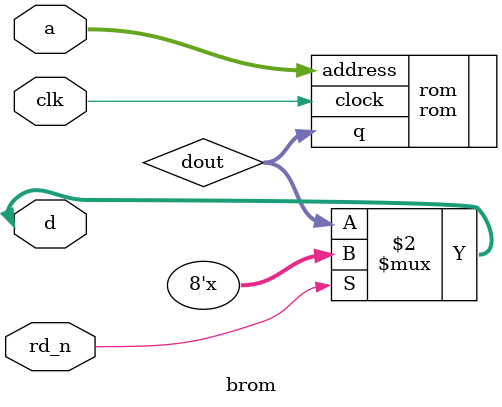
<source format=sv>
module brom(
    input clk,
    input [12:0] a,
    inout [7:0] d,
    input rd_n
);

wire [7:0] dout;

assign d = ~rd_n ? dout : 'z;

rom rom(
    .clock(clk),
    .address(a),
    .q(dout)
);

endmodule

</source>
